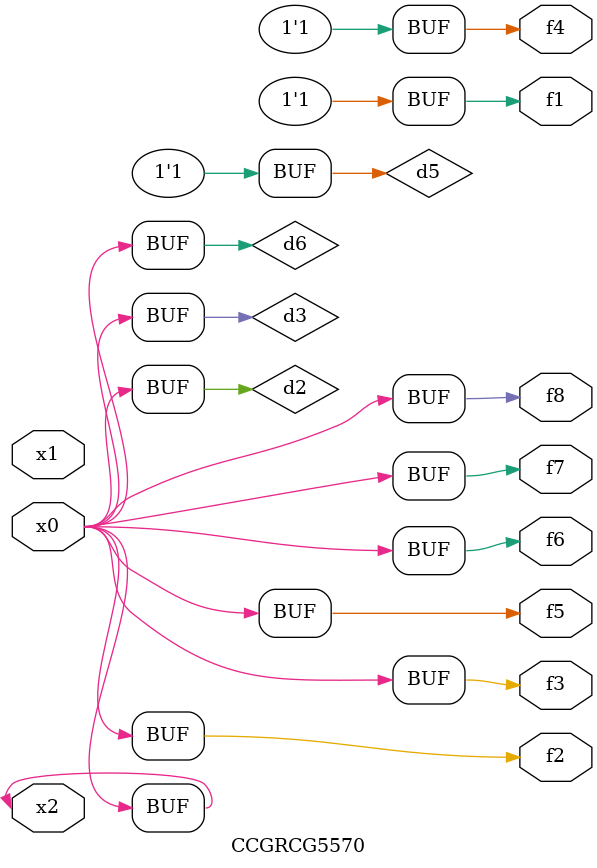
<source format=v>
module CCGRCG5570(
	input x0, x1, x2,
	output f1, f2, f3, f4, f5, f6, f7, f8
);

	wire d1, d2, d3, d4, d5, d6;

	xnor (d1, x2);
	buf (d2, x0, x2);
	and (d3, x0);
	xnor (d4, x1, x2);
	nand (d5, d1, d3);
	buf (d6, d2, d3);
	assign f1 = d5;
	assign f2 = d6;
	assign f3 = d6;
	assign f4 = d5;
	assign f5 = d6;
	assign f6 = d6;
	assign f7 = d6;
	assign f8 = d6;
endmodule

</source>
